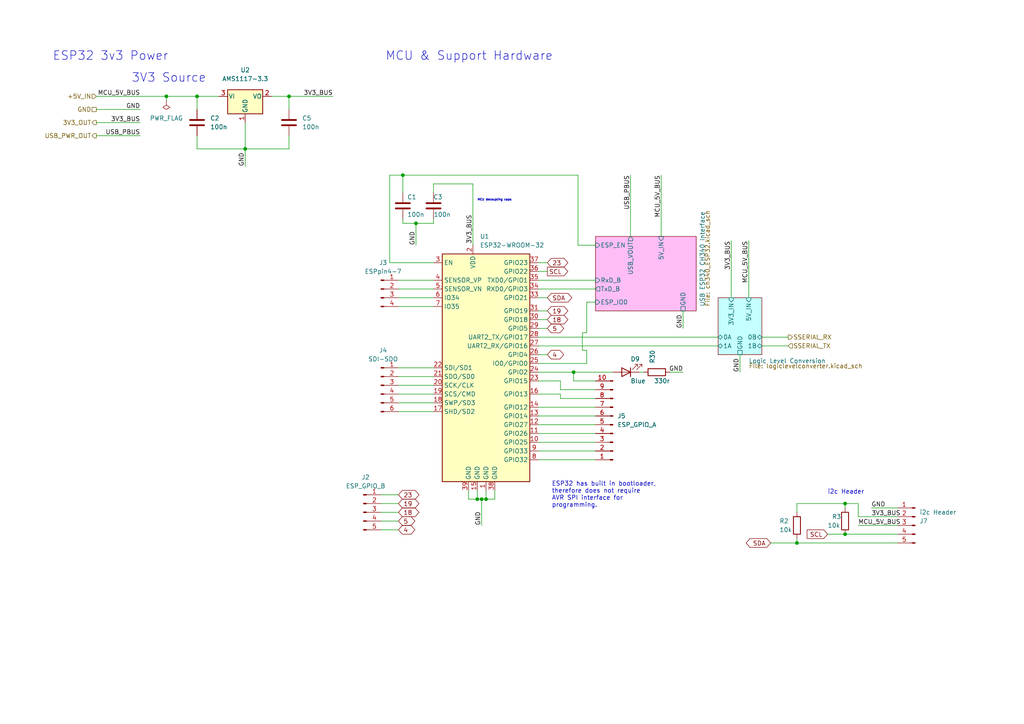
<source format=kicad_sch>
(kicad_sch (version 20211123) (generator eeschema)
  (paper "A4")
  (lib_symbols
    (symbol "000_Capacitor_Film_Immo:cap_film_0805" (pin_numbers hide) (pin_names (offset 0.254))
      (property "Reference" "C" (at 0.635 2.54 0))
      (property "Value" "cap_film_0805" (at 0.635 -2.54 0))
      (symbol "cap_film_0805_0_1"
        (polyline (pts (xy -2.032 -0.762) (xy 2.032 -0.762)) (stroke (width 0.508)))
        (polyline (pts (xy -2.032 0.762) (xy 2.032 0.762)) (stroke (width 0.508)))
      )
      (symbol "cap_film_0805_1_1"
        (pin passive line (at 0 3.81 270) (length 2.794) (name "~") (number "1"))
        (pin passive line (at 0 -3.81 90) (length 2.794) (name "~") (number "2"))
      )
    )
    (symbol "000_Diodes_Immo:LED_0805_smd" (pin_numbers hide) (pin_names (offset 1.016) hide)
      (property "Reference" "D" (at 0 2.54 0))
      (property "Value" "LED_0805_smd" (at 0 -3.81 0))
      (symbol "LED_0805_smd_0_1"
        (polyline (pts (xy -1.27 -1.27) (xy -1.27 1.27)) (stroke (width 0.254)))
        (polyline (pts (xy -1.27 0) (xy 1.27 0)))
        (polyline (pts (xy 1.27 -1.27) (xy 1.27 1.27) (xy -1.27 0) (xy 1.27 -1.27)) (stroke (width 0.254)))
        (polyline (pts (xy -3.048 -0.762) (xy -4.572 -2.286) (xy -3.81 -2.286) (xy -4.572 -2.286) (xy -4.572 -1.524)))
        (polyline (pts (xy -1.778 -0.762) (xy -3.302 -2.286) (xy -2.54 -2.286) (xy -3.302 -2.286) (xy -3.302 -1.524)))
      )
      (symbol "LED_0805_smd_1_1"
        (pin passive line (at -3.81 0 0) (length 2.54) (name "K") (number "1"))
        (pin passive line (at 3.81 0 180) (length 2.54) (name "A") (number "2"))
      )
    )
    (symbol "000_MCU_microcontrollers_Immo:ESP32-WROOM-32"
      (property "Reference" "U" (at -12.7 34.29 0))
      (property "Value" "ESP32-WROOM-32" (at 1.27 34.29 0))
      (symbol "ESP32-WROOM-32_0_1"
        (rectangle (start -12.7 33.02) (end 12.7 -33.02) (stroke (width 0.254)) (fill (type background)))
      )
      (symbol "ESP32-WROOM-32_1_1"
        (pin power_in line (at 0 -35.56 90) (length 2.54) (name "GND") (number "1"))
        (pin bidirectional line (at 15.24 -21.59 180) (length 2.54) (name "GPIO25") (number "10"))
        (pin bidirectional line (at 15.24 -19.05 180) (length 2.54) (name "GPIO26") (number "11"))
        (pin bidirectional line (at 15.24 -16.51 180) (length 2.54) (name "GPIO27") (number "12"))
        (pin bidirectional line (at 15.24 -13.97 180) (length 2.54) (name "GPIO14") (number "13"))
        (pin bidirectional line (at 15.24 -11.43 180) (length 2.54) (name "GPIO12") (number "14"))
        (pin passive line (at -2.54 -35.56 90) (length 2.54) (name "GND") (number "15"))
        (pin bidirectional line (at 15.24 -7.62 180) (length 2.54) (name "GPIO13") (number "16"))
        (pin bidirectional line (at -15.24 -12.7 0) (length 2.54) (name "SHD/SD2") (number "17"))
        (pin bidirectional line (at -15.24 -10.16 0) (length 2.54) (name "SWP/SD3") (number "18"))
        (pin bidirectional line (at -15.24 -7.62 0) (length 2.54) (name "SCS/CMD") (number "19"))
        (pin power_in line (at -3.81 35.56 270) (length 2.54) (name "VDD") (number "2"))
        (pin bidirectional line (at -15.24 -5.08 0) (length 2.54) (name "SCK/CLK") (number "20"))
        (pin bidirectional line (at -15.24 -2.54 0) (length 2.54) (name "SDO/SD0") (number "21"))
        (pin bidirectional line (at -15.24 0 0) (length 2.54) (name "SDI/SD1") (number "22"))
        (pin bidirectional line (at 15.24 -3.81 180) (length 2.54) (name "GPIO15") (number "23"))
        (pin bidirectional line (at 15.24 -1.27 180) (length 2.54) (name "GPIO2") (number "24"))
        (pin bidirectional line (at 15.24 1.27 180) (length 2.54) (name "IO0/GPIO0") (number "25"))
        (pin bidirectional line (at 15.24 3.81 180) (length 2.54) (name "GPIO4") (number "26"))
        (pin bidirectional line (at 15.24 6.35 180) (length 2.54) (name "UART2_RX/GPIO16") (number "27"))
        (pin bidirectional line (at 15.24 8.89 180) (length 2.54) (name "UART2_TX/GPIO17") (number "28"))
        (pin bidirectional line (at 15.24 11.43 180) (length 2.54) (name "GPIO5") (number "29"))
        (pin input line (at -15.24 30.48 0) (length 2.54) (name "EN") (number "3"))
        (pin bidirectional line (at 15.24 13.97 180) (length 2.54) (name "GPIO18") (number "30"))
        (pin bidirectional line (at 15.24 16.51 180) (length 2.54) (name "GPIO19") (number "31"))
        (pin no_connect line (at -12.7 -27.94 0) (length 2.54) hide (name "NC") (number "32"))
        (pin bidirectional line (at 15.24 20.32 180) (length 2.54) (name "GPIO21") (number "33"))
        (pin bidirectional line (at 15.24 22.86 180) (length 2.54) (name "RXD0/GPIO3") (number "34"))
        (pin bidirectional line (at 15.24 25.4 180) (length 2.54) (name "TXD0/GPIO1") (number "35"))
        (pin bidirectional line (at 15.24 27.94 180) (length 2.54) (name "GPIO22") (number "36"))
        (pin bidirectional line (at 15.24 30.48 180) (length 2.54) (name "GPIO23") (number "37"))
        (pin passive line (at 2.54 -35.56 90) (length 2.54) (name "GND") (number "38"))
        (pin passive line (at -5.08 -35.56 90) (length 2.54) (name "GND") (number "39"))
        (pin input line (at -15.24 25.4 0) (length 2.54) (name "SENSOR_VP") (number "4"))
        (pin input line (at -15.24 22.86 0) (length 2.54) (name "SENSOR_VN") (number "5"))
        (pin input line (at -15.24 20.32 0) (length 2.54) (name "IO34") (number "6"))
        (pin input line (at -15.24 17.78 0) (length 2.54) (name "IO35") (number "7"))
        (pin bidirectional line (at 15.24 -26.67 180) (length 2.54) (name "GPIO32") (number "8"))
        (pin bidirectional line (at 15.24 -24.13 180) (length 2.54) (name "GPIO33") (number "9"))
      )
    )
    (symbol "000_Resistors_Immo:Resistor_0805" (pin_numbers hide) (pin_names (offset 0))
      (property "Reference" "R?" (at 2.54 1.2701 0))
      (property "Value" "Resistor_0805" (at 2.54 -1.2699 0))
      (symbol "Resistor_0805_0_1"
        (rectangle (start -1.016 -2.54) (end 1.016 2.54) (stroke (width 0.254)))
      )
      (symbol "Resistor_0805_1_1"
        (pin passive line (at 0 3.81 270) (length 1.27) (name "~") (number "1"))
        (pin passive line (at 0 -3.81 90) (length 1.27) (name "~") (number "2"))
      )
    )
    (symbol "Connector:Conn_01x04_Male" (pin_names (offset 1.016) hide)
      (property "Reference" "J" (at 0 5.08 0))
      (property "Value" "Conn_01x04_Male" (at 0 -7.62 0))
      (symbol "Conn_01x04_Male_1_1"
        (polyline (pts (xy 1.27 -5.08) (xy 0.8636 -5.08)) (stroke (width 0.1524)))
        (polyline (pts (xy 1.27 -2.54) (xy 0.8636 -2.54)) (stroke (width 0.1524)))
        (polyline (pts (xy 1.27 0) (xy 0.8636 0)) (stroke (width 0.1524)))
        (polyline (pts (xy 1.27 2.54) (xy 0.8636 2.54)) (stroke (width 0.1524)))
        (rectangle (start 0.8636 -4.953) (end 0 -5.207) (stroke (width 0.1524)) (fill (type outline)))
        (rectangle (start 0.8636 -2.413) (end 0 -2.667) (stroke (width 0.1524)) (fill (type outline)))
        (rectangle (start 0.8636 0.127) (end 0 -0.127) (stroke (width 0.1524)) (fill (type outline)))
        (rectangle (start 0.8636 2.667) (end 0 2.413) (stroke (width 0.1524)) (fill (type outline)))
        (pin passive line (at 5.08 2.54 180) (length 3.81) (name "Pin_1") (number "1"))
        (pin passive line (at 5.08 0 180) (length 3.81) (name "Pin_2") (number "2"))
        (pin passive line (at 5.08 -2.54 180) (length 3.81) (name "Pin_3") (number "3"))
        (pin passive line (at 5.08 -5.08 180) (length 3.81) (name "Pin_4") (number "4"))
      )
    )
    (symbol "Connector:Conn_01x05_Male" (pin_names (offset 1.016) hide)
      (property "Reference" "J" (at 0 7.62 0))
      (property "Value" "Conn_01x05_Male" (at 0 -7.62 0))
      (symbol "Conn_01x05_Male_1_1"
        (polyline (pts (xy 1.27 -5.08) (xy 0.8636 -5.08)) (stroke (width 0.1524)))
        (polyline (pts (xy 1.27 -2.54) (xy 0.8636 -2.54)) (stroke (width 0.1524)))
        (polyline (pts (xy 1.27 0) (xy 0.8636 0)) (stroke (width 0.1524)))
        (polyline (pts (xy 1.27 2.54) (xy 0.8636 2.54)) (stroke (width 0.1524)))
        (polyline (pts (xy 1.27 5.08) (xy 0.8636 5.08)) (stroke (width 0.1524)))
        (rectangle (start 0.8636 -4.953) (end 0 -5.207) (stroke (width 0.1524)) (fill (type outline)))
        (rectangle (start 0.8636 -2.413) (end 0 -2.667) (stroke (width 0.1524)) (fill (type outline)))
        (rectangle (start 0.8636 0.127) (end 0 -0.127) (stroke (width 0.1524)) (fill (type outline)))
        (rectangle (start 0.8636 2.667) (end 0 2.413) (stroke (width 0.1524)) (fill (type outline)))
        (rectangle (start 0.8636 5.207) (end 0 4.953) (stroke (width 0.1524)) (fill (type outline)))
        (pin passive line (at 5.08 5.08 180) (length 3.81) (name "Pin_1") (number "1"))
        (pin passive line (at 5.08 2.54 180) (length 3.81) (name "Pin_2") (number "2"))
        (pin passive line (at 5.08 0 180) (length 3.81) (name "Pin_3") (number "3"))
        (pin passive line (at 5.08 -2.54 180) (length 3.81) (name "Pin_4") (number "4"))
        (pin passive line (at 5.08 -5.08 180) (length 3.81) (name "Pin_5") (number "5"))
      )
    )
    (symbol "Connector:Conn_01x06_Male" (pin_names (offset 1.016) hide)
      (property "Reference" "J" (at 0 7.62 0))
      (property "Value" "Conn_01x06_Male" (at 0 -10.16 0))
      (symbol "Conn_01x06_Male_1_1"
        (polyline (pts (xy 1.27 -7.62) (xy 0.8636 -7.62)) (stroke (width 0.1524)))
        (polyline (pts (xy 1.27 -5.08) (xy 0.8636 -5.08)) (stroke (width 0.1524)))
        (polyline (pts (xy 1.27 -2.54) (xy 0.8636 -2.54)) (stroke (width 0.1524)))
        (polyline (pts (xy 1.27 0) (xy 0.8636 0)) (stroke (width 0.1524)))
        (polyline (pts (xy 1.27 2.54) (xy 0.8636 2.54)) (stroke (width 0.1524)))
        (polyline (pts (xy 1.27 5.08) (xy 0.8636 5.08)) (stroke (width 0.1524)))
        (rectangle (start 0.8636 -7.493) (end 0 -7.747) (stroke (width 0.1524)) (fill (type outline)))
        (rectangle (start 0.8636 -4.953) (end 0 -5.207) (stroke (width 0.1524)) (fill (type outline)))
        (rectangle (start 0.8636 -2.413) (end 0 -2.667) (stroke (width 0.1524)) (fill (type outline)))
        (rectangle (start 0.8636 0.127) (end 0 -0.127) (stroke (width 0.1524)) (fill (type outline)))
        (rectangle (start 0.8636 2.667) (end 0 2.413) (stroke (width 0.1524)) (fill (type outline)))
        (rectangle (start 0.8636 5.207) (end 0 4.953) (stroke (width 0.1524)) (fill (type outline)))
        (pin passive line (at 5.08 5.08 180) (length 3.81) (name "Pin_1") (number "1"))
        (pin passive line (at 5.08 2.54 180) (length 3.81) (name "Pin_2") (number "2"))
        (pin passive line (at 5.08 0 180) (length 3.81) (name "Pin_3") (number "3"))
        (pin passive line (at 5.08 -2.54 180) (length 3.81) (name "Pin_4") (number "4"))
        (pin passive line (at 5.08 -5.08 180) (length 3.81) (name "Pin_5") (number "5"))
        (pin passive line (at 5.08 -7.62 180) (length 3.81) (name "Pin_6") (number "6"))
      )
    )
    (symbol "Connector:Conn_01x10_Male" (pin_names (offset 1.016) hide)
      (property "Reference" "J" (at 0 12.7 0))
      (property "Value" "Conn_01x10_Male" (at 0 -15.24 0))
      (symbol "Conn_01x10_Male_1_1"
        (polyline (pts (xy 1.27 -12.7) (xy 0.8636 -12.7)) (stroke (width 0.1524)))
        (polyline (pts (xy 1.27 -10.16) (xy 0.8636 -10.16)) (stroke (width 0.1524)))
        (polyline (pts (xy 1.27 -7.62) (xy 0.8636 -7.62)) (stroke (width 0.1524)))
        (polyline (pts (xy 1.27 -5.08) (xy 0.8636 -5.08)) (stroke (width 0.1524)))
        (polyline (pts (xy 1.27 -2.54) (xy 0.8636 -2.54)) (stroke (width 0.1524)))
        (polyline (pts (xy 1.27 0) (xy 0.8636 0)) (stroke (width 0.1524)))
        (polyline (pts (xy 1.27 2.54) (xy 0.8636 2.54)) (stroke (width 0.1524)))
        (polyline (pts (xy 1.27 5.08) (xy 0.8636 5.08)) (stroke (width 0.1524)))
        (polyline (pts (xy 1.27 7.62) (xy 0.8636 7.62)) (stroke (width 0.1524)))
        (polyline (pts (xy 1.27 10.16) (xy 0.8636 10.16)) (stroke (width 0.1524)))
        (rectangle (start 0.8636 -12.573) (end 0 -12.827) (stroke (width 0.1524)) (fill (type outline)))
        (rectangle (start 0.8636 -10.033) (end 0 -10.287) (stroke (width 0.1524)) (fill (type outline)))
        (rectangle (start 0.8636 -7.493) (end 0 -7.747) (stroke (width 0.1524)) (fill (type outline)))
        (rectangle (start 0.8636 -4.953) (end 0 -5.207) (stroke (width 0.1524)) (fill (type outline)))
        (rectangle (start 0.8636 -2.413) (end 0 -2.667) (stroke (width 0.1524)) (fill (type outline)))
        (rectangle (start 0.8636 0.127) (end 0 -0.127) (stroke (width 0.1524)) (fill (type outline)))
        (rectangle (start 0.8636 2.667) (end 0 2.413) (stroke (width 0.1524)) (fill (type outline)))
        (rectangle (start 0.8636 5.207) (end 0 4.953) (stroke (width 0.1524)) (fill (type outline)))
        (rectangle (start 0.8636 7.747) (end 0 7.493) (stroke (width 0.1524)) (fill (type outline)))
        (rectangle (start 0.8636 10.287) (end 0 10.033) (stroke (width 0.1524)) (fill (type outline)))
        (pin passive line (at 5.08 10.16 180) (length 3.81) (name "Pin_1") (number "1"))
        (pin passive line (at 5.08 -12.7 180) (length 3.81) (name "Pin_10") (number "10"))
        (pin passive line (at 5.08 7.62 180) (length 3.81) (name "Pin_2") (number "2"))
        (pin passive line (at 5.08 5.08 180) (length 3.81) (name "Pin_3") (number "3"))
        (pin passive line (at 5.08 2.54 180) (length 3.81) (name "Pin_4") (number "4"))
        (pin passive line (at 5.08 0 180) (length 3.81) (name "Pin_5") (number "5"))
        (pin passive line (at 5.08 -2.54 180) (length 3.81) (name "Pin_6") (number "6"))
        (pin passive line (at 5.08 -5.08 180) (length 3.81) (name "Pin_7") (number "7"))
        (pin passive line (at 5.08 -7.62 180) (length 3.81) (name "Pin_8") (number "8"))
        (pin passive line (at 5.08 -10.16 180) (length 3.81) (name "Pin_9") (number "9"))
      )
    )
    (symbol "Regulator_Linear:AMS1117-3.3" (pin_names (offset 0.254))
      (property "Reference" "U" (at -3.81 3.175 0))
      (property "Value" "AMS1117-3.3" (at 0 3.175 0))
      (symbol "AMS1117-3.3_0_1"
        (rectangle (start -5.08 -5.08) (end 5.08 1.905) (stroke (width 0.254)) (fill (type background)))
      )
      (symbol "AMS1117-3.3_1_1"
        (pin power_in line (at 0 -7.62 90) (length 2.54) (name "GND") (number "1"))
        (pin power_out line (at 7.62 0 180) (length 2.54) (name "VO") (number "2"))
        (pin power_in line (at -7.62 0 0) (length 2.54) (name "VI") (number "3"))
      )
    )
    (symbol "power:PWR_FLAG" (power) (pin_numbers hide) (pin_names (offset 0) hide)
      (property "Value" "PWR_FLAG" (at 0 3.81 0))
      (symbol "PWR_FLAG_0_0"
        (pin power_out line (at 0 0 90) (length 0) (name "pwr") (number "1"))
      )
      (symbol "PWR_FLAG_0_1"
        (polyline (pts (xy 0 0) (xy 0 1.27) (xy -1.016 1.905) (xy 0 2.54) (xy 1.016 1.905) (xy 0 1.27)))
      )
    )
  )
  (junction (at 116.84 50.8))
  (junction (at 57.15 27.94))
  (junction (at 245.11 154.94))
  (junction (at 139.7 144.78))
  (junction (at 138.43 144.78))
  (junction (at 120.65 64.77))
  (junction (at 140.97 144.78))
  (junction (at 166.37 107.95))
  (junction (at 83.82 27.94))
  (junction (at 71.12 43.18))
  (junction (at 48.26 27.94))
  (junction (at 245.11 146.05))
  (junction (at 231.14 157.48))
  (wire (pts (xy 115.57 119.38) (xy 125.73 119.38)))
  (wire (pts (xy 214.63 102.87) (xy 214.63 107.95)))
  (wire (pts (xy 110.49 146.05) (xy 115.57 146.05)))
  (wire (pts (xy 156.21 114.3) (xy 162.56 114.3)))
  (wire (pts (xy 138.43 144.78) (xy 135.89 144.78)))
  (wire (pts (xy 139.7 144.78) (xy 139.7 152.4)))
  (wire (pts (xy 137.16 53.34) (xy 137.16 71.12)))
  (wire (pts (xy 116.84 64.77) (xy 120.65 64.77)))
  (wire (pts (xy 156.21 97.79) (xy 208.28 97.79)))
  (wire (pts (xy 156.21 86.36) (xy 158.75 86.36)))
  (wire (pts (xy 185.42 107.95) (xy 186.69 107.95)))
  (wire (pts (xy 125.73 53.34) (xy 137.16 53.34)))
  (wire (pts (xy 48.26 27.94) (xy 57.15 27.94)))
  (wire (pts (xy 27.94 27.94) (xy 48.26 27.94)))
  (wire (pts (xy 156.21 118.11) (xy 172.72 118.11)))
  (wire (pts (xy 156.21 95.25) (xy 158.75 95.25)))
  (wire (pts (xy 231.14 146.05) (xy 231.14 148.59)))
  (wire (pts (xy 57.15 27.94) (xy 63.5 27.94)))
  (wire (pts (xy 162.56 115.57) (xy 172.72 115.57)))
  (wire (pts (xy 156.21 107.95) (xy 166.37 107.95)))
  (wire (pts (xy 168.91 96.52) (xy 170.18 96.52)))
  (wire (pts (xy 156.21 100.33) (xy 208.28 100.33)))
  (wire (pts (xy 139.7 144.78) (xy 138.43 144.78)))
  (wire (pts (xy 156.21 102.87) (xy 158.75 102.87)))
  (wire (pts (xy 120.65 64.77) (xy 120.65 71.12)))
  (wire (pts (xy 156.21 92.71) (xy 158.75 92.71)))
  (wire (pts (xy 48.26 27.94) (xy 48.26 29.21)))
  (wire (pts (xy 115.57 114.3) (xy 125.73 114.3)))
  (wire (pts (xy 71.12 43.18) (xy 83.82 43.18)))
  (wire (pts (xy 248.92 149.86) (xy 260.35 149.86)))
  (wire (pts (xy 140.97 144.78) (xy 143.51 144.78)))
  (wire (pts (xy 110.49 153.67) (xy 115.57 153.67)))
  (wire (pts (xy 248.92 152.4) (xy 260.35 152.4)))
  (wire (pts (xy 212.09 69.85) (xy 212.09 86.36)))
  (wire (pts (xy 168.91 96.52) (xy 168.91 101.6)))
  (wire (pts (xy 156.21 76.2) (xy 158.75 76.2)))
  (wire (pts (xy 182.88 50.8) (xy 182.88 68.58)))
  (wire (pts (xy 156.21 133.35) (xy 172.72 133.35)))
  (wire (pts (xy 125.73 63.5) (xy 125.73 64.77)))
  (wire (pts (xy 162.56 114.3) (xy 162.56 115.57)))
  (wire (pts (xy 166.37 107.95) (xy 166.37 110.49)))
  (wire (pts (xy 156.21 105.41) (xy 170.18 105.41)))
  (wire (pts (xy 170.18 96.52) (xy 170.18 87.63)))
  (wire (pts (xy 194.31 107.95) (xy 198.12 107.95)))
  (wire (pts (xy 115.57 88.9) (xy 125.73 88.9)))
  (wire (pts (xy 166.37 107.95) (xy 177.8 107.95)))
  (wire (pts (xy 138.43 144.78) (xy 138.43 142.24)))
  (wire (pts (xy 162.56 113.03) (xy 172.72 113.03)))
  (wire (pts (xy 115.57 81.28) (xy 125.73 81.28)))
  (wire (pts (xy 156.21 128.27) (xy 172.72 128.27)))
  (wire (pts (xy 223.52 157.48) (xy 231.14 157.48)))
  (wire (pts (xy 110.49 151.13) (xy 115.57 151.13)))
  (wire (pts (xy 156.21 81.28) (xy 172.72 81.28)))
  (wire (pts (xy 78.74 27.94) (xy 83.82 27.94)))
  (wire (pts (xy 115.57 106.68) (xy 125.73 106.68)))
  (wire (pts (xy 156.21 83.82) (xy 172.72 83.82)))
  (wire (pts (xy 245.11 154.94) (xy 260.35 154.94)))
  (wire (pts (xy 166.37 110.49) (xy 172.72 110.49)))
  (wire (pts (xy 217.17 69.85) (xy 217.17 86.36)))
  (wire (pts (xy 167.64 71.12) (xy 172.72 71.12)))
  (wire (pts (xy 135.89 144.78) (xy 135.89 142.24)))
  (wire (pts (xy 220.98 97.79) (xy 228.6 97.79)))
  (wire (pts (xy 110.49 143.51) (xy 115.57 143.51)))
  (wire (pts (xy 27.94 39.37) (xy 40.64 39.37)))
  (wire (pts (xy 248.92 149.86) (xy 248.92 146.05)))
  (wire (pts (xy 240.03 154.94) (xy 245.11 154.94)))
  (wire (pts (xy 156.21 130.81) (xy 172.72 130.81)))
  (wire (pts (xy 156.21 78.74) (xy 158.75 78.74)))
  (wire (pts (xy 27.94 35.56) (xy 40.64 35.56)))
  (wire (pts (xy 83.82 39.37) (xy 83.82 43.18)))
  (wire (pts (xy 125.73 76.2) (xy 113.03 76.2)))
  (wire (pts (xy 115.57 116.84) (xy 125.73 116.84)))
  (wire (pts (xy 156.21 123.19) (xy 172.72 123.19)))
  (wire (pts (xy 83.82 27.94) (xy 96.52 27.94)))
  (wire (pts (xy 170.18 87.63) (xy 172.72 87.63)))
  (wire (pts (xy 162.56 110.49) (xy 162.56 113.03)))
  (wire (pts (xy 140.97 144.78) (xy 139.7 144.78)))
  (wire (pts (xy 156.21 120.65) (xy 172.72 120.65)))
  (wire (pts (xy 71.12 43.18) (xy 57.15 43.18)))
  (wire (pts (xy 248.92 146.05) (xy 245.11 146.05)))
  (wire (pts (xy 115.57 109.22) (xy 125.73 109.22)))
  (wire (pts (xy 27.94 31.75) (xy 40.64 31.75)))
  (wire (pts (xy 115.57 86.36) (xy 125.73 86.36)))
  (wire (pts (xy 71.12 43.18) (xy 71.12 48.26)))
  (wire (pts (xy 110.49 148.59) (xy 115.57 148.59)))
  (wire (pts (xy 156.21 90.17) (xy 158.75 90.17)))
  (wire (pts (xy 143.51 144.78) (xy 143.51 142.24)))
  (wire (pts (xy 57.15 27.94) (xy 57.15 31.75)))
  (wire (pts (xy 140.97 142.24) (xy 140.97 144.78)))
  (wire (pts (xy 231.14 157.48) (xy 260.35 157.48)))
  (wire (pts (xy 115.57 111.76) (xy 125.73 111.76)))
  (wire (pts (xy 113.03 50.8) (xy 116.84 50.8)))
  (wire (pts (xy 245.11 146.05) (xy 245.11 147.32)))
  (wire (pts (xy 245.11 146.05) (xy 231.14 146.05)))
  (wire (pts (xy 170.18 101.6) (xy 168.91 101.6)))
  (wire (pts (xy 116.84 50.8) (xy 167.64 50.8)))
  (wire (pts (xy 71.12 35.56) (xy 71.12 43.18)))
  (wire (pts (xy 156.21 125.73) (xy 172.72 125.73)))
  (wire (pts (xy 116.84 63.5) (xy 116.84 64.77)))
  (wire (pts (xy 83.82 27.94) (xy 83.82 31.75)))
  (wire (pts (xy 220.98 100.33) (xy 228.6 100.33)))
  (wire (pts (xy 125.73 55.88) (xy 125.73 53.34)))
  (wire (pts (xy 57.15 39.37) (xy 57.15 43.18)))
  (wire (pts (xy 116.84 50.8) (xy 116.84 55.88)))
  (wire (pts (xy 156.21 110.49) (xy 162.56 110.49)))
  (wire (pts (xy 115.57 83.82) (xy 125.73 83.82)))
  (wire (pts (xy 113.03 76.2) (xy 113.03 50.8)))
  (wire (pts (xy 252.73 147.32) (xy 260.35 147.32)))
  (wire (pts (xy 191.77 50.8) (xy 191.77 68.58)))
  (wire (pts (xy 231.14 156.21) (xy 231.14 157.48)))
  (wire (pts (xy 198.12 90.17) (xy 198.12 95.25)))
  (wire (pts (xy 167.64 50.8) (xy 167.64 71.12)))
  (wire (pts (xy 170.18 105.41) (xy 170.18 101.6)))
  (wire (pts (xy 125.73 64.77) (xy 120.65 64.77)))
  (text "MCU & Support Hardware" (at 111.76 17.78 0) (effects (font (size 2.5 2.5)) (justify left bottom)))
  (text "MCU decoupling caps" (at 138.43 58.42 0) (effects (font (size 0.6 0.6)) (justify left bottom)))
  (text "ESP32 3v3 Power" (at 15.24 17.78 0) (effects (font (size 2.5 2.5)) (justify left bottom)))
  (text "ESP32 has built in bootloader,\ntherefore does not require\nAVR SPI interface for\nprogramming." (at 160.02 147.32 0) (effects (font (size 1.27 1.27)) (justify left bottom)))
  (text "3V3 Source" (at 38.1 24.13 0) (effects (font (size 2.5 2.5)) (justify left bottom)))
  (text "i2c Header" (at 240.03 143.51 0) (effects (font (size 1.27 1.27)) (justify left bottom)))
  (label "GND" (at 198.12 95.25 90))
  (label "3V3_BUS" (at 96.52 27.94 180))
  (label "MCU_5V_BUS" (at 248.92 152.4 0))
  (label "GND" (at 252.73 147.32 0))
  (label "USB_PBUS" (at 40.64 39.37 180))
  (label "GND" (at 40.64 31.75 180))
  (label "3V3_BUS" (at 212.09 69.85 270))
  (label "GND" (at 139.7 152.4 90))
  (label "USB_PBUS" (at 182.88 50.8 270))
  (label "GND" (at 71.12 48.26 90))
  (label "MCU_5V_BUS" (at 217.17 69.85 270))
  (label "3V3_BUS" (at 252.73 149.86 0))
  (label "3V3_BUS" (at 40.64 35.56 180))
  (label "GND" (at 198.12 107.95 180))
  (label "MCU_5V_BUS" (at 191.77 50.8 270))
  (label "GND" (at 214.63 107.95 90))
  (label "MCU_5V_BUS" (at 40.64 27.94 180))
  (label "3V3_BUS" (at 137.16 62.23 270))
  (label "GND" (at 120.65 71.12 90))
  (global_label "SDA" (shape bidirectional) (at 158.75 86.36 0) (property "Intersheet References" "${INTERSHEET_REFS}" (effects hide)))
  (global_label "5" (shape bidirectional) (at 115.57 151.13 0) (property "Intersheet References" "${INTERSHEET_REFS}" (effects hide)))
  (global_label "23" (shape bidirectional) (at 158.75 76.2 0) (property "Intersheet References" "${INTERSHEET_REFS}" (effects hide)))
  (global_label "SCL" (shape input) (at 240.03 154.94 180) (property "Intersheet References" "${INTERSHEET_REFS}" (effects hide)))
  (global_label "19" (shape bidirectional) (at 158.75 90.17 0) (property "Intersheet References" "${INTERSHEET_REFS}" (effects hide)))
  (global_label "23" (shape bidirectional) (at 115.57 143.51 0) (property "Intersheet References" "${INTERSHEET_REFS}" (effects hide)))
  (global_label "SCL" (shape output) (at 158.75 78.74 0) (property "Intersheet References" "${INTERSHEET_REFS}" (effects hide)))
  (global_label "4" (shape bidirectional) (at 115.57 153.67 0) (property "Intersheet References" "${INTERSHEET_REFS}" (effects hide)))
  (global_label "19" (shape bidirectional) (at 115.57 146.05 0) (property "Intersheet References" "${INTERSHEET_REFS}" (effects hide)))
  (global_label "SDA" (shape bidirectional) (at 223.52 157.48 180) (property "Intersheet References" "${INTERSHEET_REFS}" (effects hide)))
  (global_label "4" (shape bidirectional) (at 158.75 102.87 0) (property "Intersheet References" "${INTERSHEET_REFS}" (effects hide)))
  (global_label "18" (shape bidirectional) (at 115.57 148.59 0) (property "Intersheet References" "${INTERSHEET_REFS}" (effects hide)))
  (global_label "18" (shape bidirectional) (at 158.75 92.71 0) (property "Intersheet References" "${INTERSHEET_REFS}" (effects hide)))
  (global_label "5" (shape bidirectional) (at 158.75 95.25 0) (property "Intersheet References" "${INTERSHEET_REFS}" (effects hide)))
  (hierarchical_label "3V3_OUT" (shape output) (at 27.94 35.56 180))
  (hierarchical_label "SSERIAL_TX" (shape input) (at 228.6 100.33 0))
  (hierarchical_label "GND" (shape passive) (at 27.94 31.75 180))
  (hierarchical_label "+5V_IN" (shape input) (at 27.94 27.94 180))
  (hierarchical_label "USB_PWR_OUT" (shape output) (at 27.94 39.37 180))
  (hierarchical_label "SSERIAL_RX" (shape output) (at 228.6 97.79 0))
  (symbol (lib_id "Regulator_Linear:AMS1117-3.3") (at 71.12 27.94 0) (unit 1)
    (property "Reference" "U2" (at 71.12 20.32 0))
    (property "Value" "AMS1117-3.3" (at 71.12 22.86 0))
    (property "Footprint" "Package_TO_SOT_SMD:SOT-223-3_TabPin2" (effects hide))
    (property "Datasheet" "http://www.advanced-monolithic.com/pdf/ds1117.pdf" (effects hide))
  )
  (symbol (lib_id "Connector:Conn_01x06_Male") (at 110.49 111.76 0) (unit 1)
    (property "Reference" "J4" (at 111.125 101.6 0))
    (property "Value" "SDI-SDO" (at 111.125 104.14 0))
    (property "Footprint" "Connector_PinHeader_1.27mm:PinHeader_1x06_P1.27mm_Vertical" (effects hide))
  )
  (symbol (lib_id "Connector:Conn_01x10_Male") (at 177.8 123.19 180) (unit 1)
    (property "Reference" "J5" (at 179.07 120.6499 0) (effects (justify right)))
    (property "Value" "ESP_GPIO_A" (at 179.07 123.1899 0) (effects (justify right)))
    (property "Footprint" "Connector_PinHeader_1.27mm:PinHeader_1x10_P1.27mm_Vertical" (effects hide))
  )
  (symbol (lib_id "000_Resistors_Immo:Resistor_0805") (at 231.14 152.4 0) (unit 1)
    (property "Reference" "R2" (at 226.06 151.13 0) (effects (justify left)))
    (property "Value" "10k" (at 226.06 153.67 0) (effects (justify left)))
    (property "Footprint" "Resistor_SMD:R_0805_2012Metric_Pad1.20x1.40mm_HandSolder" (effects hide))
  )
  (symbol (lib_id "000_Capacitor_Film_Immo:cap_film_0805") (at 57.15 35.56 0) (unit 1)
    (property "Reference" "C2" (at 60.96 34.2899 0) (effects (justify left)))
    (property "Value" "100n" (at 60.96 36.8299 0) (effects (justify left)))
    (property "Footprint" "Capacitor_SMD:C_0805_2012Metric_Pad1.18x1.45mm_HandSolder" (effects hide))
  )
  (symbol (lib_id "Connector:Conn_01x05_Male") (at 105.41 148.59 0) (unit 1)
    (property "Reference" "J2" (at 106.045 138.43 0))
    (property "Value" "ESP_GPIO_B" (at 106.045 140.97 0))
    (property "Footprint" "Connector_PinHeader_1.27mm:PinHeader_1x05_P1.27mm_Vertical" (effects hide))
  )
  (symbol (lib_id "power:PWR_FLAG") (at 48.26 29.21 180) (unit 1)
    (property "Reference" "#FLG0101" (effects hide))
    (property "Value" "PWR_FLAG" (at 48.26 34.29 0))
  )
  (symbol (lib_id "000_Resistors_Immo:Resistor_0805") (at 190.5 107.95 90) (unit 1)
    (property "Reference" "R30" (at 189.2299 105.41 0) (effects (justify left)))
    (property "Value" "330r" (at 194.31 110.49 90) (effects (justify left)))
    (property "Footprint" "Resistor_SMD:R_0805_2012Metric_Pad1.20x1.40mm_HandSolder" (effects hide))
  )
  (symbol (lib_id "Connector:Conn_01x05_Male") (at 265.43 152.4 0) (mirror y) (unit 1)
    (property "Reference" "J7" (at 266.7 151.1299 0) (effects (justify right)))
    (property "Value" "i2c Header" (at 266.7 148.59 0) (effects (justify right)))
    (property "Footprint" "Connector_PinHeader_1.27mm:PinHeader_1x05_P1.27mm_Vertical" (effects hide))
  )
  (symbol (lib_id "000_Diodes_Immo:LED_0805_smd") (at 181.61 107.95 180) (unit 1)
    (property "Reference" "D9" (at 182.88 104.14 0) (effects (justify right)))
    (property "Value" "Blue" (at 182.88 110.49 0) (effects (justify right)))
    (property "Footprint" "LED_SMD:LED_0805_2012Metric_Pad1.15x1.40mm_HandSolder" (effects hide))
  )
  (symbol (lib_id "000_Capacitor_Film_Immo:cap_film_0805") (at 83.82 35.56 0) (unit 1)
    (property "Reference" "C5" (at 87.63 34.2899 0) (effects (justify left)))
    (property "Value" "100n" (at 87.63 36.8299 0) (effects (justify left)))
    (property "Footprint" "Capacitor_SMD:C_0805_2012Metric_Pad1.18x1.45mm_HandSolder" (effects hide))
  )
  (symbol (lib_id "000_Capacitor_Film_Immo:cap_film_0805") (at 116.84 59.69 0) (unit 1)
    (property "Reference" "C1" (at 118.11 57.15 0) (effects (justify left)))
    (property "Value" "100n" (at 118.11 62.23 0) (effects (justify left)))
    (property "Footprint" "Capacitor_SMD:C_0805_2012Metric_Pad1.18x1.45mm_HandSolder" (effects hide))
  )
  (symbol (lib_id "Connector:Conn_01x04_Male") (at 110.49 83.82 0) (unit 1)
    (property "Reference" "J3" (at 111.125 76.2 0))
    (property "Value" "ESPpin4-7" (at 111.125 78.74 0))
    (property "Footprint" "Connector_PinHeader_1.27mm:PinHeader_1x04_P1.27mm_Vertical" (effects hide))
  )
  (symbol (lib_id "000_Resistors_Immo:Resistor_0805") (at 245.11 151.13 0) (unit 1)
    (property "Reference" "R3" (at 241.3 149.86 0) (effects (justify left)))
    (property "Value" "10k" (at 240.03 152.4 0) (effects (justify left)))
    (property "Footprint" "Resistor_SMD:R_0805_2012Metric_Pad1.20x1.40mm_HandSolder" (effects hide))
  )
  (symbol (lib_id "000_MCU_microcontrollers_Immo:ESP32-WROOM-32") (at 140.97 106.68 0) (unit 1)
    (property "Reference" "U1" (at 139.1794 68.58 0) (effects (justify left)))
    (property "Value" "ESP32-WROOM-32" (at 139.1794 71.12 0) (effects (justify left)))
    (property "Footprint" "RF_Module:ESP32-WROOM-32" (effects hide))
    (property "Datasheet" "https://www.espressif.com/sites/default/files/documentation/esp32-wroom-32_datasheet_en.pdf" (effects hide))
  )
  (symbol (lib_id "000_Capacitor_Film_Immo:cap_film_0805") (at 125.73 59.69 0) (unit 1)
    (property "Reference" "C3" (at 127 57.15 0))
    (property "Value" "100n" (at 128.27 62.23 0))
    (property "Footprint" "Capacitor_SMD:C_0805_2012Metric_Pad1.18x1.45mm_HandSolder" (effects hide))
  )
  (sheet (at 208.28 86.36) (size 12.7 16.51) (stroke (width 0.1524)) (fill (color 62 253 255 0.3000))
    (property "Sheet name" "Logic Level Conversion" (at 217.17 105.41 0) (effects (justify left bottom)))
    (property "Sheet file" "logiclevelconverter.kicad_sch" (at 217.17 105.41 0) (effects (justify left top)))
    (pin "5V_IN" input (at 217.17 86.36 90))
    (pin "3V3_IN" input (at 212.09 86.36 90))
    (pin "1B" bidirectional (at 220.98 100.33 0))
    (pin "1A" bidirectional (at 208.28 100.33 180))
    (pin "0B" bidirectional (at 220.98 97.79 0))
    (pin "0A" bidirectional (at 208.28 97.79 180))
    (pin "GND" passive (at 214.63 102.87 270))
  )
  (sheet (at 172.72 68.58) (size 29.21 21.59) (stroke (width 0.1524)) (fill (color 255 55 228 0.3300))
    (property "Sheet name" "USB ESP32 CH340 Interface " (at 204.47 88.9 90) (effects (justify left bottom)))
    (property "Sheet file" "ch340_ESP32.kicad_sch" (at 204.47 88.9 90) (effects (justify left top)))
    (pin "5V_IN" input (at 191.77 68.58 90))
    (pin "USB_VOUT" output (at 182.88 68.58 90))
    (pin "RxD_B" input (at 172.72 81.28 180))
    (pin "TxD_B" output (at 172.72 83.82 180))
    (pin "ESP_EN" input (at 172.72 71.12 180))
    (pin "ESP_IO0" input (at 172.72 87.63 180))
    (pin "GND" passive (at 198.12 90.17 270))
  )
)
</source>
